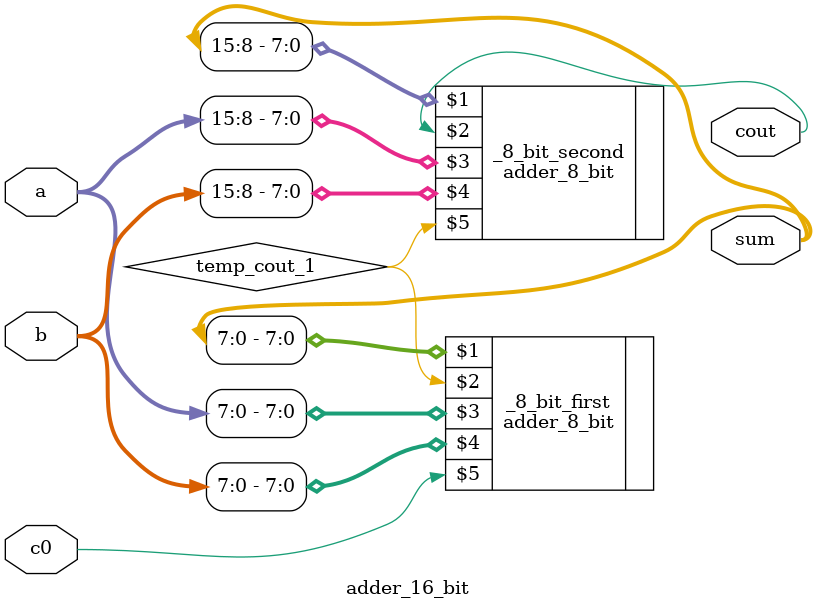
<source format=v>
module adder_16_bit(sum, cout, a, b, c0);

output [15:0] sum;
output cout; //carry-out
input [15:0]a, b;
input c0; // first 1-bit adder's carry-in 
wire temp_cout_1;

adder_8_bit _8_bit_first(sum[7:0], temp_cout_1, a[7:0], b[7:0], c0);
adder_8_bit _8_bit_second(sum[15:8], cout, a[15:8], b[15:8], temp_cout_1);

endmodule



</source>
